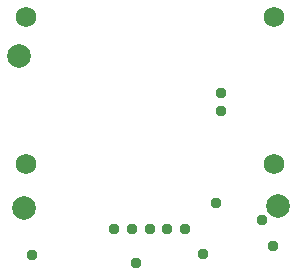
<source format=gbs>
G04*
G04 #@! TF.GenerationSoftware,Altium Limited,Altium Designer,20.0.13 (296)*
G04*
G04 Layer_Color=16711935*
%FSLAX44Y44*%
%MOMM*%
G71*
G01*
G75*
%ADD31C,2.0000*%
%ADD41C,1.7272*%
%ADD51C,0.9532*%
D31*
X109000Y-271000D02*
D03*
X-110750Y-143750D02*
D03*
X-106500Y-272500D02*
D03*
D41*
X-105000Y-110940D02*
D03*
X105000D02*
D03*
X-105000Y-235940D02*
D03*
X105000D02*
D03*
D51*
X44750Y-311499D02*
D03*
X-99250Y-313000D02*
D03*
X-11250Y-319250D02*
D03*
X104000Y-305000D02*
D03*
X56500Y-268250D02*
D03*
X60750Y-175750D02*
D03*
X60500Y-190500D02*
D03*
X30000Y-290250D02*
D03*
X-15000D02*
D03*
X95000Y-283250D02*
D03*
X-30000Y-290250D02*
D03*
X0D02*
D03*
X15000D02*
D03*
M02*

</source>
